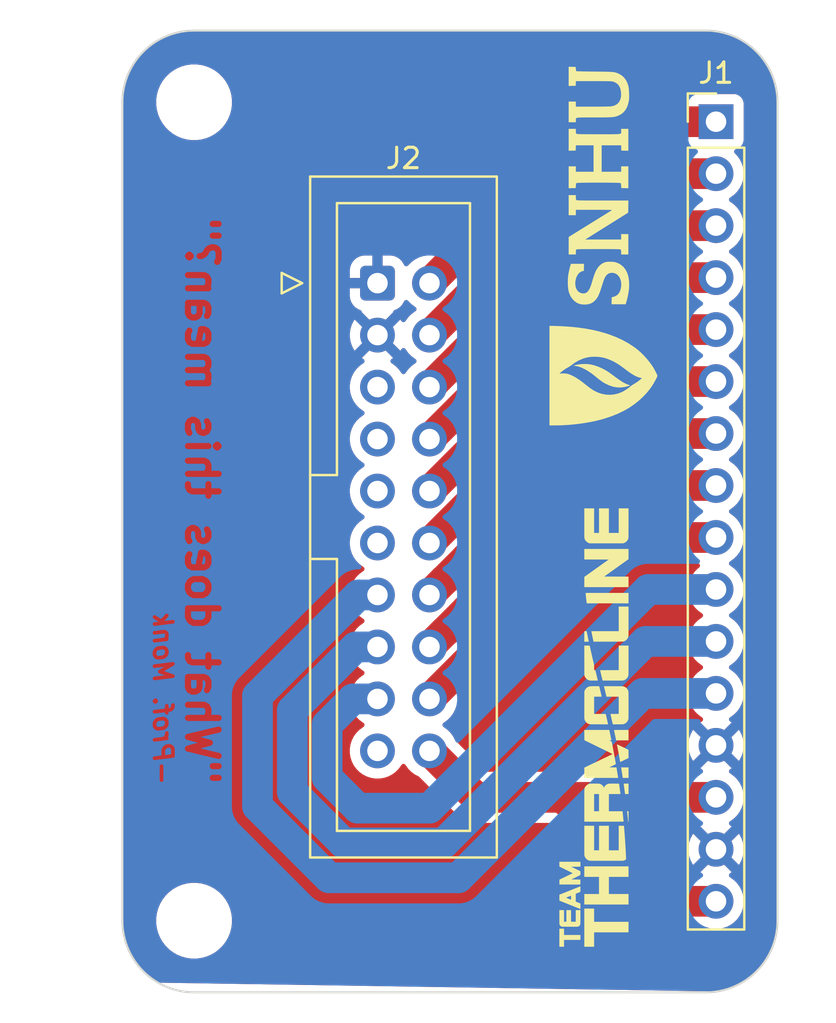
<source format=kicad_pcb>
(kicad_pcb (version 20241229) (generator "pcbnew") (generator_version "9.0")
  (layers (0 "F.Cu" signal) (2 "B.Cu" signal) (13 "F.Paste" user) (15 "B.Paste" user) (5 "F.SilkS" user "F.Silkscreen") (7 "B.SilkS" user "B.Silkscreen") (1 "F.Mask" user) (3 "B.Mask" user) (25 "Edge.Cuts" user))
  (net 0 "")
  (net 1 "/GP2{slash}I2C1_SDA")
  (net 2 "/GP27{slash}ADC1{slash}I2C1_SCL")
  (net 3 "/GP16{slash}SPI_MISO{slash}SD_SD0")
  (net 4 "/GP17{slash}SD_CS{slash}SPI_CS2")
  (net 5 "/GP7{slash}SPI_MOSI{slash}SD SDI")
  (net 6 "/GP26{slash}ADC0{slash}I2C1_SDA")
  (net 7 "/GP0{slash}UART0_TX")
  (net 8 "/GP22{slash}PWM")
  (net 9 "/GP28{slash}ADC2")
  (net 10 "GND")
  (net 11 "/GP6{slash}SPI_CLK{slash}SD_CLK")
  (net 12 "/GP3{slash}I2C1_SCL")
  (net 13 "/GP1{slash}UART0_RX")
  (net 14 "+3.3V")
  (net 15 "+5V")
  (footprint "KenwoodFox:SNHU_NEW" (layer "F.Cu") (at 0 -13 90)
    (property "Reference" "SNHU_NEW***")
    (property "Value" "LOGO" (hide yes))
  )
  (footprint "Connector_IDC:IDC-Header_2x10_P2.54mm_Vertical" (layer "F.Cu") (at -11.04 -11.16)
    (property "Reference" "J2" (at 1.27 -6.1 0) (layer "F.SilkS"))
    (property "Value" "HMI_Daughter_Connector")
    (pad "1" thru_hole roundrect (at 0 0) (size 1.7 1.7) (drill 1) (layers "*.Cu" "*.Mask") (roundrect_rratio 0.147059) (net 10 "GND"))
    (pad "2" thru_hole circle (at 2.54 0) (size 1.7 1.7) (drill 1) (layers "*.Cu" "*.Mask") (net 7 "/GP0{slash}UART0_TX"))
    (pad "3" thru_hole circle (at 0 2.54) (size 1.7 1.7) (drill 1) (layers "*.Cu" "*.Mask") (net 10 "GND"))
    (pad "4" thru_hole circle (at 2.54 2.54) (size 1.7 1.7) (drill 1) (layers "*.Cu" "*.Mask") (net 13 "/GP1{slash}UART0_RX"))
    (pad "5" thru_hole circle (at 0 5.08) (size 1.7 1.7) (drill 1) (layers "*.Cu" "*.Mask"))
    (pad "6" thru_hole circle (at 2.54 5.08) (size 1.7 1.7) (drill 1) (layers "*.Cu" "*.Mask") (net 1 "/GP2{slash}I2C1_SDA"))
    (pad "7" thru_hole circle (at 0 7.62) (size 1.7 1.7) (drill 1) (layers "*.Cu" "*.Mask"))
    (pad "8" thru_hole circle (at 2.54 7.62) (size 1.7 1.7) (drill 1) (layers "*.Cu" "*.Mask") (net 12 "/GP3{slash}I2C1_SCL"))
    (pad "9" thru_hole circle (at 0 10.16) (size 1.7 1.7) (drill 1) (layers "*.Cu" "*.Mask"))
    (pad "10" thru_hole circle (at 2.54 10.16) (size 1.7 1.7) (drill 1) (layers "*.Cu" "*.Mask") (net 11 "/GP6{slash}SPI_CLK{slash}SD_CLK"))
    (pad "11" thru_hole circle (at 0 12.7) (size 1.7 1.7) (drill 1) (layers "*.Cu" "*.Mask"))
    (pad "12" thru_hole circle (at 2.54 12.7) (size 1.7 1.7) (drill 1) (layers "*.Cu" "*.Mask") (net 5 "/GP7{slash}SPI_MOSI{slash}SD SDI"))
    (pad "13" thru_hole circle (at 0 15.24) (size 1.7 1.7) (drill 1) (layers "*.Cu" "*.Mask") (net 9 "/GP28{slash}ADC2"))
    (pad "14" thru_hole circle (at 2.54 15.24) (size 1.7 1.7) (drill 1) (layers "*.Cu" "*.Mask") (net 3 "/GP16{slash}SPI_MISO{slash}SD_SD0"))
    (pad "15" thru_hole circle (at 0 17.78) (size 1.7 1.7) (drill 1) (layers "*.Cu" "*.Mask") (net 2 "/GP27{slash}ADC1{slash}I2C1_SCL"))
    (pad "16" thru_hole circle (at 2.54 17.78) (size 1.7 1.7) (drill 1) (layers "*.Cu" "*.Mask") (net 4 "/GP17{slash}SD_CS{slash}SPI_CS2"))
    (pad "17" thru_hole circle (at 0 20.32) (size 1.7 1.7) (drill 1) (layers "*.Cu" "*.Mask") (net 6 "/GP26{slash}ADC0{slash}I2C1_SDA"))
    (pad "18" thru_hole circle (at 2.54 20.32) (size 1.7 1.7) (drill 1) (layers "*.Cu" "*.Mask") (net 8 "/GP22{slash}PWM"))
    (pad "19" thru_hole circle (at 0 22.86) (size 1.7 1.7) (drill 1) (layers "*.Cu" "*.Mask") (net 15 "+5V"))
    (pad "20" thru_hole circle (at 2.54 22.86) (size 1.7 1.7) (drill 1) (layers "*.Cu" "*.Mask") (net 14 "+3.3V"))
  )
  (footprint "Connector_PinHeader_2.54mm:PinHeader_1x16_P2.54mm_Vertical" (layer "F.Cu") (at 5.5 -19.05)
    (property "Reference" "J1" (at 0 -2.38 0) (layer "F.SilkS"))
    (property "Value" "Disp_Connector")
    (pad "1" thru_hole rect (at 0 0) (size 1.7 1.7) (drill 1) (layers "*.Cu" "*.Mask") (net 7 "/GP0{slash}UART0_TX"))
    (pad "2" thru_hole circle (at 0 2.54) (size 1.7 1.7) (drill 1) (layers "*.Cu" "*.Mask") (net 13 "/GP1{slash}UART0_RX"))
    (pad "3" thru_hole circle (at 0 5.08) (size 1.7 1.7) (drill 1) (layers "*.Cu" "*.Mask") (net 1 "/GP2{slash}I2C1_SDA"))
    (pad "4" thru_hole circle (at 0 7.62) (size 1.7 1.7) (drill 1) (layers "*.Cu" "*.Mask") (net 12 "/GP3{slash}I2C1_SCL"))
    (pad "5" thru_hole circle (at 0 10.16) (size 1.7 1.7) (drill 1) (layers "*.Cu" "*.Mask") (net 11 "/GP6{slash}SPI_CLK{slash}SD_CLK"))
    (pad "6" thru_hole circle (at 0 12.7) (size 1.7 1.7) (drill 1) (layers "*.Cu" "*.Mask") (net 5 "/GP7{slash}SPI_MOSI{slash}SD SDI"))
    (pad "7" thru_hole circle (at 0 15.24) (size 1.7 1.7) (drill 1) (layers "*.Cu" "*.Mask") (net 3 "/GP16{slash}SPI_MISO{slash}SD_SD0"))
    (pad "8" thru_hole circle (at 0 17.78) (size 1.7 1.7) (drill 1) (layers "*.Cu" "*.Mask") (net 4 "/GP17{slash}SD_CS{slash}SPI_CS2"))
    (pad "9" thru_hole circle (at 0 20.32) (size 1.7 1.7) (drill 1) (layers "*.Cu" "*.Mask") (net 8 "/GP22{slash}PWM"))
    (pad "10" thru_hole circle (at 0 22.86) (size 1.7 1.7) (drill 1) (layers "*.Cu" "*.Mask") (net 6 "/GP26{slash}ADC0{slash}I2C1_SDA"))
    (pad "11" thru_hole circle (at 0 25.4) (size 1.7 1.7) (drill 1) (layers "*.Cu" "*.Mask") (net 2 "/GP27{slash}ADC1{slash}I2C1_SCL"))
    (pad "12" thru_hole circle (at 0 27.94) (size 1.7 1.7) (drill 1) (layers "*.Cu" "*.Mask") (net 9 "/GP28{slash}ADC2"))
    (pad "13" thru_hole circle (at 0 30.48) (size 1.7 1.7) (drill 1) (layers "*.Cu" "*.Mask") (net 10 "GND"))
    (pad "14" thru_hole circle (at 0 33.02) (size 1.7 1.7) (drill 1) (layers "*.Cu" "*.Mask") (net 14 "+3.3V"))
    (pad "15" thru_hole circle (at 0 35.56) (size 1.7 1.7) (drill 1) (layers "*.Cu" "*.Mask") (net 10 "GND"))
    (pad "16" thru_hole circle (at 0 38.1) (size 1.7 1.7) (drill 1) (layers "*.Cu" "*.Mask") (net 14 "+3.3V"))
  )
  (footprint "thermocline:thermocline-logo" (layer "F.Cu") (at -0.5 10.5 90)
    (property "Reference" "G***")
    (property "Value" "LOGO" (hide yes))
  )
  (footprint "MountingHole:MountingHole_3.2mm_M3" (layer "F.Cu") (at -20 -20)
    (property "Reference" "REF**")
    (property "Value" "MountingHole_3.2mm_M3")
    (pad "" np_thru_hole circle (at 0 0) (size 3.2 3.2) (drill 3.2) (layers "*.Cu" "*.Mask"))
  )
  (footprint "MountingHole:MountingHole_3.2mm_M3" (layer "F.Cu") (at -20 20)
    (property "Reference" "REF**")
    (property "Value" "MountingHole_3.2mm_M3")
    (pad "" np_thru_hole circle (at 0 0) (size 3.2 3.2) (drill 3.2) (layers "*.Cu" "*.Mask"))
  )
  (gr_arc (start -20 23.5) (mid -22.474874 22.474874) (end -23.5 20) (stroke (width 0.1)) (layer "Edge.Cuts"))
  (gr_arc (start 8.5 20) (mid 7.474874 22.474874) (end 5 23.5) (stroke (width 0.1)) (layer "Edge.Cuts"))
  (gr_line (start -20 23.5) (end 5 23.5) (stroke (width 0.1)) (layer "Edge.Cuts"))
  (gr_line (start -23.5 -20) (end -23.5 20) (stroke (width 0.1)) (layer "Edge.Cuts"))
  (gr_line (start 5 -23.5) (end -20 -23.5) (stroke (width 0.1)) (layer "Edge.Cuts"))
  (gr_arc (start 5 -23.5) (mid 7.474874 -22.474874) (end 8.5 -20) (stroke (width 0.1)) (layer "Edge.Cuts"))
  (gr_arc (start -23.5 -20) (mid -22.474874 -22.474874) (end -20 -23.5) (stroke (width 0.1)) (layer "Edge.Cuts"))
  (gr_line (start 8.5 20) (end 8.5 -20) (stroke (width 0.1)) (layer "Edge.Cuts"))
  (gr_text "-Prof. Monk" (at -21 13.5 270) (layer "B.Cu" knockout) (effects (font (size 0.9 0.9) (thickness 0.18) (bold yes) (italic yes)) (justify left top mirror)))
  (gr_text "{dblquote}What does this mean?{dblquote}" (at -20.5 13.5 270) (layer "B.Cu" knockout) (effects (font (size 1.5 1.5) (thickness 0.3) (bold yes)) (justify left bottom mirror)))
  (segment (start -8.493001 -6.08) (end -8.5 -6.08) (width 1.5) (layer "F.Cu") (net 1))
  (segment (start 5.5 -13.97) (end -0.603001 -13.97) (width 1.5) (layer "F.Cu") (net 1))
  (segment (start -0.603001 -13.97) (end -8.493001 -6.08) (width 1.5) (layer "F.Cu") (net 1))
  (segment (start -12.704578 16.201) (end -15.201 13.704577) (width 1.5) (layer "B.Cu") (net 2))
  (segment (start -12.107659 6.62) (end -11.04 6.62) (width 1.5) (layer "B.Cu") (net 2))
  (segment (start -7.795422 16.201) (end -12.704578 16.201) (width 1.5) (layer "B.Cu") (net 2))
  (segment (start -15.201 9.713341) (end -12.107659 6.62) (width 1.5) (layer "B.Cu") (net 2))
  (segment (start 2.055578 6.35) (end -7.795422 16.201) (width 1.5) (layer "B.Cu") (net 2))
  (segment (start 5.5 6.35) (end 2.055578 6.35) (width 1.5) (layer "B.Cu") (net 2))
  (segment (start -15.201 13.704577) (end -15.201 9.713341) (width 1.5) (layer "B.Cu") (net 2))
  (segment (start -6.699 2.279) (end -6.699 2.285999) (width 1.5) (layer "F.Cu") (net 3))
  (segment (start -7.754001 3.341) (end -7.761 3.341) (width 1.5) (layer "F.Cu") (net 3))
  (segment (start -0.61 -3.81) (end -6.699 2.279) (width 1.5) (layer "F.Cu") (net 3))
  (segment (start -7.761 3.341) (end -8.5 4.08) (width 1.5) (layer "F.Cu") (net 3))
  (segment (start -6.699 2.285999) (end -7.754001 3.341) (width 1.5) (layer "F.Cu") (net 3))
  (segment (start 5.5 -3.81) (end -0.61 -3.81) (width 1.5) (layer "F.Cu") (net 3))
  (segment (start 5.5 -1.27) (end -0.61 -1.27) (width 1.5) (layer "F.Cu") (net 4))
  (segment (start -6.699 4.825999) (end -7.754001 5.881) (width 1.5) (layer "F.Cu") (net 4))
  (segment (start -7.761 5.881) (end -8.5 6.62) (width 1.5) (layer "F.Cu") (net 4))
  (segment (start -7.754001 5.881) (end -7.761 5.881) (width 1.5) (layer "F.Cu") (net 4))
  (segment (start -0.61 -1.27) (end -6.699 4.819) (width 1.5) (layer "F.Cu") (net 4))
  (segment (start -6.699 4.819) (end -6.699 4.825999) (width 1.5) (layer "F.Cu") (net 4))
  (segment (start -0.603001 -6.35) (end -8.493001 1.54) (width 1.5) (layer "F.Cu") (net 5))
  (segment (start 5.5 -6.35) (end -0.603001 -6.35) (width 1.5) (layer "F.Cu") (net 5))
  (segment (start -8.493001 1.54) (end -8.5 1.54) (width 1.5) (layer "F.Cu") (net 5))
  (segment (start -12.242081 9.16) (end -13.5 10.417919) (width 1.5) (layer "B.Cu") (net 6))
  (segment (start -12 14.5) (end -8.5 14.5) (width 1.5) (layer "B.Cu") (net 6))
  (segment (start 2.19 3.81) (end 5.5 3.81) (width 1.5) (layer "B.Cu") (net 6))
  (segment (start -8.5 14.5) (end 2.19 3.81) (width 1.5) (layer "B.Cu") (net 6))
  (segment (start -13.5 13) (end -12 14.5) (width 1.5) (layer "B.Cu") (net 6))
  (segment (start -11.04 9.16) (end -12.242081 9.16) (width 1.5) (layer "B.Cu") (net 6))
  (segment (start -13.5 10.417919) (end -13.5 13) (width 1.5) (layer "B.Cu") (net 6))
  (segment (start -0.61 -19.05) (end -8.5 -11.16) (width 1.5) (layer "F.Cu") (net 7))
  (segment (start 5.5 -19.05) (end -0.61 -19.05) (width 1.5) (layer "F.Cu") (net 7))
  (segment (start -8.493001 9.16) (end -8.5 9.16) (width 1.5) (layer "F.Cu") (net 8))
  (segment (start -0.603001 1.27) (end -8.493001 9.16) (width 1.5) (layer "F.Cu") (net 8))
  (segment (start 5.5 1.27) (end -0.603001 1.27) (width 1.5) (layer "F.Cu") (net 8))
  (segment (start -13.409156 17.901999) (end -16.902 14.409154) (width 1.5) (layer "B.Cu") (net 9))
  (segment (start -16.902 9.008763) (end -11.973237 4.08) (width 1.5) (layer "B.Cu") (net 9))
  (segment (start 1.921156 8.89) (end -7.090845 17.902) (width 1.5) (layer "B.Cu") (net 9))
  (segment (start -7.090845 17.902) (end -13.409156 17.901999) (width 1.5) (layer "B.Cu") (net 9))
  (segment (start -11.973237 4.08) (end -11.04 4.08) (width 1.5) (layer "B.Cu") (net 9))
  (segment (start -16.902 14.409154) (end -16.902 9.008763) (width 1.5) (layer "B.Cu") (net 9))
  (segment (start 5.5 8.89) (end 1.921156 8.89) (width 1.5) (layer "B.Cu") (net 9))
  (segment (start 5.5 -8.89) (end -0.603001 -8.89) (width 1.5) (layer "F.Cu") (net 11))
  (segment (start -0.603001 -8.89) (end -8.493001 -1) (width 1.5) (layer "F.Cu") (net 11))
  (segment (start -8.493001 -1) (end -8.5 -1) (width 1.5) (layer "F.Cu") (net 11))
  (segment (start 5.5 -11.43) (end -0.603001 -11.43) (width 1.5) (layer "F.Cu") (net 12))
  (segment (start -0.603001 -11.43) (end -8.493001 -3.54) (width 1.5) (layer "F.Cu") (net 12))
  (segment (start -8.493001 -3.54) (end -8.5 -3.54) (width 1.5) (layer "F.Cu") (net 12))
  (segment (start -0.603001 -16.51) (end -8.493001 -8.62) (width 1.5) (layer "F.Cu") (net 13))
  (segment (start 5.5 -16.51) (end -0.603001 -16.51) (width 1.5) (layer "F.Cu") (net 13))
  (segment (start -8.493001 -8.62) (end -8.5 -8.62) (width 1.5) (layer "F.Cu") (net 13))
  (segment (start -6.23 13.97) (end -2 13.97) (width 1.5) (layer "F.Cu") (net 14))
  (segment (start -2 13.97) (end 5.5 13.97) (width 1.5) (layer "F.Cu") (net 14))
  (segment (start 5.5 19.05) (end 3.08 19.05) (width 1.5) (layer "F.Cu") (net 14))
  (segment (start 3.08 19.05) (end -2 13.97) (width 1.5) (layer "F.Cu") (net 14))
  (segment (start -8.5 11.7) (end -6.23 13.97) (width 1.5) (layer "F.Cu") (net 14))
  (zone (net 10) (net_name "GND") (layers "F.Cu" "B.Cu") (connect_pads (clearance 0.5)) (min_thickness 0.25) (fill yes (thermal_gap 0.5) (thermal_bridge_width 0.5))
    (polygon (pts (xy -23.5 -23.5) (xy 8.5 -23.5) (xy 8.5 23.5) (xy -23.5 23)))
  )
)
</source>
